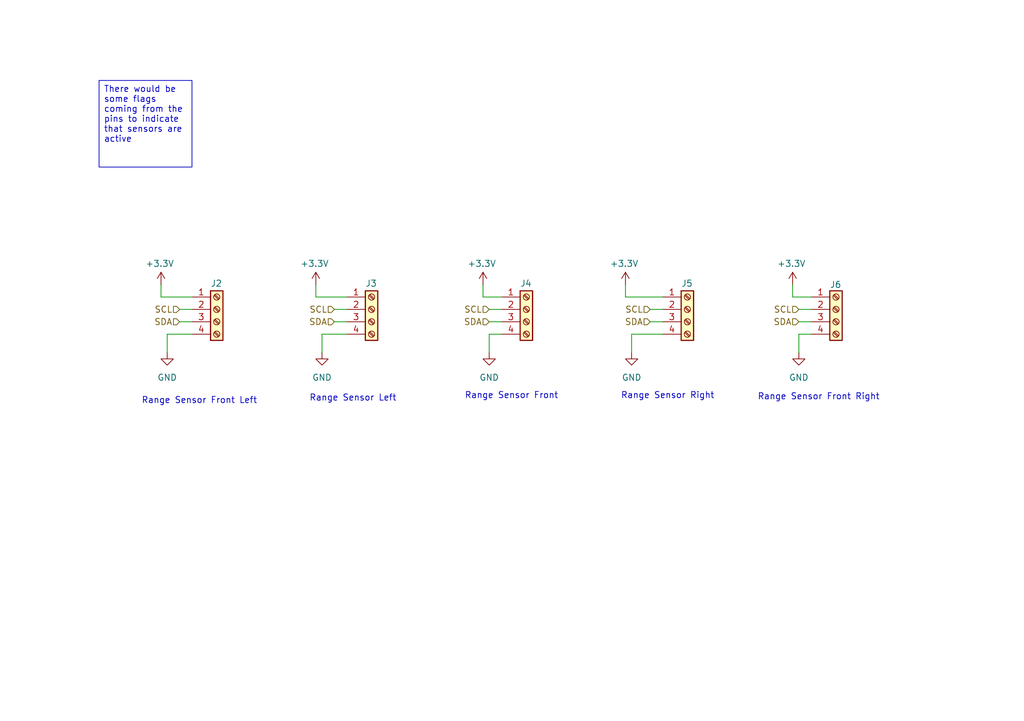
<source format=kicad_sch>
(kicad_sch (version 20250114) (generator "eeschema") (generator_version "9.0")
  (paper "A5")
  (lib_symbols
    (symbol "Connector:Screw_Terminal_01x04" (pin_names (offset 1.016) (hide yes))
      (property "Reference" "J" (at 0 5.08 0))
      (property "Value" "Screw_Terminal_01x04" (at 0 -7.62 0))
      (symbol "Screw_Terminal_01x04_1_1"
        (rectangle (start -1.27 3.81) (end 1.27 -6.35) (stroke (width 0.254)) (fill (type background)))
        (polyline (pts (xy -0.5334 2.8702) (xy 0.3302 2.032)) (stroke (width 0.1524)))
        (polyline (pts (xy -0.5334 0.3302) (xy 0.3302 -0.508)) (stroke (width 0.1524)))
        (polyline (pts (xy -0.5334 -2.2098) (xy 0.3302 -3.048)) (stroke (width 0.1524)))
        (polyline (pts (xy -0.5334 -4.7498) (xy 0.3302 -5.588)) (stroke (width 0.1524)))
        (polyline (pts (xy -0.3556 3.048) (xy 0.508 2.2098)) (stroke (width 0.1524)))
        (polyline (pts (xy -0.3556 0.508) (xy 0.508 -0.3302)) (stroke (width 0.1524)))
        (polyline (pts (xy -0.3556 -2.032) (xy 0.508 -2.8702)) (stroke (width 0.1524)))
        (polyline (pts (xy -0.3556 -4.572) (xy 0.508 -5.4102)) (stroke (width 0.1524)))
        (circle (center 0 2.54) (radius 0.635) (stroke (width 0.1524)))
        (circle (center 0 0) (radius 0.635) (stroke (width 0.1524)))
        (circle (center 0 -2.54) (radius 0.635) (stroke (width 0.1524)))
        (circle (center 0 -5.08) (radius 0.635) (stroke (width 0.1524)))
        (pin passive line (at -5.08 2.54 0) (length 3.81) (name "Pin_1") (number "1"))
        (pin passive line (at -5.08 0 0) (length 3.81) (name "Pin_2") (number "2"))
        (pin passive line (at -5.08 -2.54 0) (length 3.81) (name "Pin_3") (number "3"))
        (pin passive line (at -5.08 -5.08 0) (length 3.81) (name "Pin_4") (number "4"))
      )
    )
    (symbol "power:+3.3V" (power) (pin_numbers (hide yes)) (pin_names (offset 0) (hide yes))
      (property "Value" "+3.3V" (at 0 3.556 0))
      (symbol "+3.3V_0_1"
        (polyline (pts (xy -0.762 1.27) (xy 0 2.54)))
        (polyline (pts (xy 0 2.54) (xy 0.762 1.27)))
        (polyline (pts (xy 0 0) (xy 0 2.54)))
      )
      (symbol "+3.3V_1_1"
        (pin power_in line (at 0 0 90) (length 0) (name "~") (number "1"))
      )
    )
    (symbol "power:GND" (power) (pin_numbers (hide yes)) (pin_names (offset 0) (hide yes))
      (property "Value" "GND" (at 0 -3.81 0))
      (symbol "GND_0_1"
        (polyline (pts (xy 0 0) (xy 0 -1.27) (xy 1.27 -1.27) (xy 0 -2.54) (xy -1.27 -1.27) (xy 0 -1.27)))
      )
      (symbol "GND_1_1"
        (pin power_in line (at 0 0 270) (length 0) (name "~") (number "1"))
      )
    )
  )
  (text "Range Sensor Left\n" (at 72.39 81.788 0) (effects (font (size 1.27 1.27))))
  (text "Range Sensor Front" (at 104.902 81.28 0) (effects (font (size 1.27 1.27))))
  (text "Range Sensor Right " (at 137.414 81.28 0) (effects (font (size 1.27 1.27))))
  (text "Range Sensor Front Left\n" (at 40.894 82.296 0) (effects (font (size 1.27 1.27))))
  (text "Range Sensor Front Right" (at 167.894 81.534 0) (effects (font (size 1.27 1.27))))
  (text_box "There would be some flags coming from the pins to indicate that sensors are active " (at 20.32 16.51 0) (size 19.05 17.78) (margins 0.9525 0.9525 0.9525 0.9525) (effects (font (size 1.27 1.27)) (justify left top)))
  (wire (pts (xy 36.83 66.04) (xy 39.37 66.04)))
  (wire (pts (xy 129.54 68.58) (xy 135.89 68.58)))
  (wire (pts (xy 33.02 58.42) (xy 33.02 60.96)))
  (wire (pts (xy 163.83 63.5) (xy 166.37 63.5)))
  (wire (pts (xy 163.83 66.04) (xy 166.37 66.04)))
  (wire (pts (xy 68.58 66.04) (xy 71.12 66.04)))
  (wire (pts (xy 102.87 60.96) (xy 99.06 60.96)))
  (wire (pts (xy 133.35 66.04) (xy 135.89 66.04)))
  (wire (pts (xy 64.77 60.96) (xy 64.77 58.42)))
  (wire (pts (xy 100.33 68.58) (xy 102.87 68.58)))
  (wire (pts (xy 163.83 68.58) (xy 166.37 68.58)))
  (wire (pts (xy 100.33 63.5) (xy 102.87 63.5)))
  (wire (pts (xy 33.02 60.96) (xy 39.37 60.96)))
  (wire (pts (xy 66.04 68.58) (xy 66.04 72.39)))
  (wire (pts (xy 128.27 60.96) (xy 128.27 58.42)))
  (wire (pts (xy 129.54 72.39) (xy 129.54 68.58)))
  (wire (pts (xy 162.56 60.96) (xy 162.56 58.42)))
  (wire (pts (xy 36.83 63.5) (xy 39.37 63.5)))
  (wire (pts (xy 71.12 60.96) (xy 64.77 60.96)))
  (wire (pts (xy 71.12 68.58) (xy 66.04 68.58)))
  (wire (pts (xy 39.37 68.58) (xy 34.29 68.58)))
  (wire (pts (xy 166.37 60.96) (xy 162.56 60.96)))
  (wire (pts (xy 99.06 60.96) (xy 99.06 58.42)))
  (wire (pts (xy 133.35 63.5) (xy 135.89 63.5)))
  (wire (pts (xy 34.29 68.58) (xy 34.29 72.39)))
  (wire (pts (xy 163.83 72.39) (xy 163.83 68.58)))
  (wire (pts (xy 100.33 72.39) (xy 100.33 68.58)))
  (wire (pts (xy 100.33 66.04) (xy 102.87 66.04)))
  (wire (pts (xy 68.58 63.5) (xy 71.12 63.5)))
  (wire (pts (xy 135.89 60.96) (xy 128.27 60.96)))
  (hierarchical_label "SDA" (shape input) (at 133.35 66.04 180))
  (hierarchical_label "SDA" (shape input) (at 68.58 66.04 180))
  (hierarchical_label "SDA" (shape input) (at 100.33 66.04 180))
  (hierarchical_label "SCL" (shape input) (at 133.35 63.5 180))
  (hierarchical_label "SCL" (shape input) (at 36.83 63.5 180))
  (hierarchical_label "SDA" (shape input) (at 163.83 66.04 180))
  (hierarchical_label "SCL" (shape input) (at 68.58 63.5 180))
  (hierarchical_label "SCL" (shape input) (at 100.33 63.5 180))
  (hierarchical_label "SDA" (shape input) (at 36.83 66.04 180))
  (hierarchical_label "SCL" (shape input) (at 163.83 63.5 180))
  (symbol (lib_id "Connector:Screw_Terminal_01x04") (at 76.2 63.5 0) (unit 1)
    (property "Reference" "J3" (at 74.93 58.166 0) (effects (justify left)))
    (property "Value" "Screw_Terminal_01x04" (effects (hide yes)))
    (property "Footprint" "Connector_Dsub:DSUB-37_Pins_EdgeMount_P2.77mm" (effects (hide yes)))
    (property "Description" "Generic screw terminal, single row, 01x04, script generated (kicad-library-utils/schlib/autogen/connector/)" (effects (hide yes)))
  )
  (symbol (lib_id "Connector:Screw_Terminal_01x04") (at 171.45 63.5 0) (unit 1)
    (property "Reference" "J6" (at 170.18 58.42 0) (effects (justify left)))
    (property "Value" "Screw_Terminal_01x04" (effects (hide yes)))
    (property "Footprint" "Connector_Dsub:DSUB-37_Pins_EdgeMount_P2.77mm" (effects (hide yes)))
    (property "Description" "Generic screw terminal, single row, 01x04, script generated (kicad-library-utils/schlib/autogen/connector/)" (effects (hide yes)))
  )
  (symbol (lib_id "power:+3.3V") (at 99.06 58.42 0) (unit 1)
    (property "Reference" "#PWR06" (effects (hide yes)))
    (property "Value" "+3.3V" (at 98.806 54.102 0))
    (property "Description" "Power symbol creates a global label with name \"+3.3V\"" (effects (hide yes)))
  )
  (symbol (lib_id "power:+3.3V") (at 128.27 58.42 0) (unit 1)
    (property "Reference" "#PWR07" (effects (hide yes)))
    (property "Value" "+3.3V" (at 128.016 54.102 0))
    (property "Description" "Power symbol creates a global label with name \"+3.3V\"" (effects (hide yes)))
  )
  (symbol (lib_id "Connector:Screw_Terminal_01x04") (at 140.97 63.5 0) (unit 1)
    (property "Reference" "J5" (at 139.7 58.166 0) (effects (justify left)))
    (property "Value" "Screw_Terminal_01x04" (effects (hide yes)))
    (property "Footprint" "Connector_Dsub:DSUB-37_Pins_EdgeMount_P2.77mm" (effects (hide yes)))
    (property "Description" "Generic screw terminal, single row, 01x04, script generated (kicad-library-utils/schlib/autogen/connector/)" (effects (hide yes)))
  )
  (symbol (lib_id "power:GND") (at 100.33 72.39 0) (unit 1)
    (property "Reference" "#PWR011" (effects (hide yes)))
    (property "Value" "GND" (at 100.33 77.47 0))
    (property "Description" "Power symbol creates a global label with name \"GND\" , ground" (effects (hide yes)))
  )
  (symbol (lib_id "Connector:Screw_Terminal_01x04") (at 107.95 63.5 0) (unit 1)
    (property "Reference" "J4" (at 106.68 58.166 0) (effects (justify left)))
    (property "Value" "Screw_Terminal_01x04" (effects (hide yes)))
    (property "Footprint" "Connector_Dsub:DSUB-37_Pins_EdgeMount_P2.77mm" (effects (hide yes)))
    (property "Description" "Generic screw terminal, single row, 01x04, script generated (kicad-library-utils/schlib/autogen/connector/)" (effects (hide yes)))
  )
  (symbol (lib_id "power:+3.3V") (at 33.02 58.42 0) (unit 1)
    (property "Reference" "#PWR04" (effects (hide yes)))
    (property "Value" "+3.3V" (at 32.766 54.102 0))
    (property "Description" "Power symbol creates a global label with name \"+3.3V\"" (effects (hide yes)))
  )
  (symbol (lib_id "power:+3.3V") (at 64.77 58.42 0) (unit 1)
    (property "Reference" "#PWR05" (effects (hide yes)))
    (property "Value" "+3.3V" (at 64.516 54.102 0))
    (property "Description" "Power symbol creates a global label with name \"+3.3V\"" (effects (hide yes)))
  )
  (symbol (lib_id "power:GND") (at 66.04 72.39 0) (unit 1)
    (property "Reference" "#PWR010" (effects (hide yes)))
    (property "Value" "GND" (at 66.04 77.47 0))
    (property "Description" "Power symbol creates a global label with name \"GND\" , ground" (effects (hide yes)))
  )
  (symbol (lib_id "power:GND") (at 34.29 72.39 0) (unit 1)
    (property "Reference" "#PWR09" (effects (hide yes)))
    (property "Value" "GND" (at 34.29 77.47 0))
    (property "Description" "Power symbol creates a global label with name \"GND\" , ground" (effects (hide yes)))
  )
  (symbol (lib_id "power:+3.3V") (at 162.56 58.42 0) (unit 1)
    (property "Reference" "#PWR08" (effects (hide yes)))
    (property "Value" "+3.3V" (at 162.306 54.102 0))
    (property "Description" "Power symbol creates a global label with name \"+3.3V\"" (effects (hide yes)))
  )
  (symbol (lib_id "Connector:Screw_Terminal_01x04") (at 44.45 63.5 0) (unit 1)
    (property "Reference" "J2" (at 43.18 58.166 0) (effects (justify left)))
    (property "Value" "Screw_Terminal_01x04" (effects (hide yes)))
    (property "Footprint" "Connector_Dsub:DSUB-37_Pins_EdgeMount_P2.77mm" (effects (hide yes)))
    (property "Description" "Generic screw terminal, single row, 01x04, script generated (kicad-library-utils/schlib/autogen/connector/)" (effects (hide yes)))
  )
  (symbol (lib_id "power:GND") (at 163.83 72.39 0) (unit 1)
    (property "Reference" "#PWR013" (effects (hide yes)))
    (property "Value" "GND" (at 163.83 77.47 0))
    (property "Description" "Power symbol creates a global label with name \"GND\" , ground" (effects (hide yes)))
  )
  (symbol (lib_id "power:GND") (at 129.54 72.39 0) (unit 1)
    (property "Reference" "#PWR012" (effects (hide yes)))
    (property "Value" "GND" (at 129.54 77.47 0))
    (property "Description" "Power symbol creates a global label with name \"GND\" , ground" (effects (hide yes)))
  )
)
</source>
